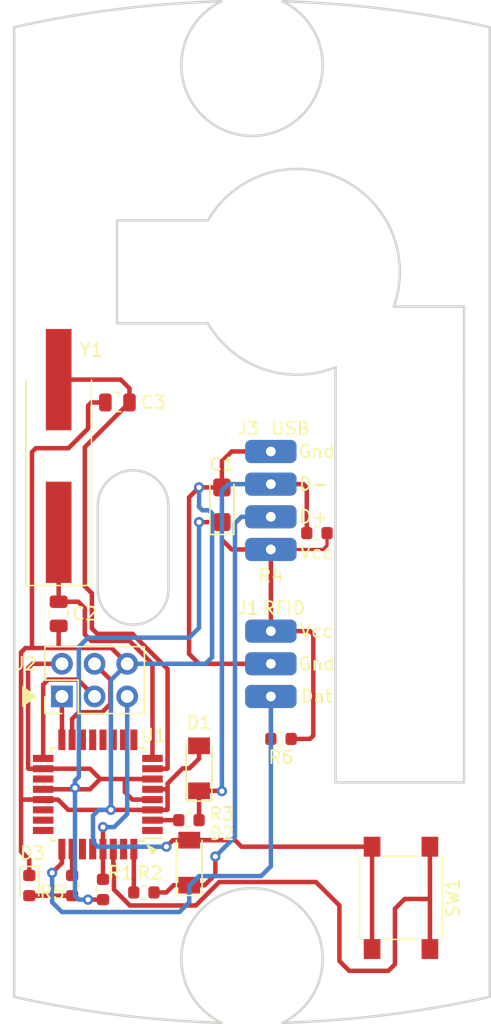
<source format=kicad_pcb>
(kicad_pcb (version 20171130) (host pcbnew "(5.1.0)-1")

  (general
    (thickness 1.6)
    (drawings 36)
    (tracks 219)
    (zones 0)
    (modules 18)
    (nets 31)
  )

  (page A4)
  (layers
    (0 F.Cu signal)
    (31 B.Cu signal)
    (32 B.Adhes user)
    (33 F.Adhes user)
    (34 B.Paste user)
    (35 F.Paste user)
    (36 B.SilkS user)
    (37 F.SilkS user)
    (38 B.Mask user)
    (39 F.Mask user)
    (40 Dwgs.User user)
    (41 Cmts.User user)
    (42 Eco1.User user)
    (43 Eco2.User user)
    (44 Edge.Cuts user)
    (45 Margin user)
    (46 B.CrtYd user)
    (47 F.CrtYd user)
    (48 B.Fab user)
    (49 F.Fab user)
  )

  (setup
    (last_trace_width 0.35)
    (user_trace_width 0.35)
    (user_trace_width 0.4)
    (trace_clearance 0.2)
    (zone_clearance 0.508)
    (zone_45_only no)
    (trace_min 0.2)
    (via_size 0.8)
    (via_drill 0.4)
    (via_min_size 0.4)
    (via_min_drill 0.3)
    (uvia_size 0.3)
    (uvia_drill 0.1)
    (uvias_allowed no)
    (uvia_min_size 0.2)
    (uvia_min_drill 0.1)
    (edge_width 0.05)
    (segment_width 0.2)
    (pcb_text_width 0.3)
    (pcb_text_size 1.5 1.5)
    (mod_edge_width 0.12)
    (mod_text_size 1 1)
    (mod_text_width 0.15)
    (pad_size 1.524 1.524)
    (pad_drill 0.762)
    (pad_to_mask_clearance 0.051)
    (solder_mask_min_width 0.25)
    (aux_axis_origin 0 0)
    (visible_elements 7FFFFFFF)
    (pcbplotparams
      (layerselection 0x010fc_ffffffff)
      (usegerberextensions false)
      (usegerberattributes false)
      (usegerberadvancedattributes false)
      (creategerberjobfile false)
      (excludeedgelayer true)
      (linewidth 0.100000)
      (plotframeref false)
      (viasonmask false)
      (mode 1)
      (useauxorigin false)
      (hpglpennumber 1)
      (hpglpenspeed 20)
      (hpglpendiameter 15.000000)
      (psnegative false)
      (psa4output false)
      (plotreference true)
      (plotvalue true)
      (plotinvisibletext false)
      (padsonsilk false)
      (subtractmaskfromsilk false)
      (outputformat 1)
      (mirror false)
      (drillshape 0)
      (scaleselection 1)
      (outputdirectory "Gerber/"))
  )

  (net 0 "")
  (net 1 +5V)
  (net 2 GND)
  (net 3 "Net-(C2-Pad1)")
  (net 4 "Net-(C3-Pad1)")
  (net 5 "Net-(D1-Pad1)")
  (net 6 "Net-(D2-Pad1)")
  (net 7 /Mis)
  (net 8 /Sck)
  (net 9 /Res)
  (net 10 /Mos)
  (net 11 "Net-(R2-Pad2)")
  (net 12 "Net-(R3-Pad2)")
  (net 13 "Net-(U1-Pad1)")
  (net 14 "Net-(U1-Pad9)")
  (net 15 "Net-(U1-Pad10)")
  (net 16 "Net-(U1-Pad11)")
  (net 17 "Net-(U1-Pad12)")
  (net 18 "Net-(U1-Pad13)")
  (net 19 "Net-(U1-Pad14)")
  (net 20 "Net-(U1-Pad19)")
  (net 21 "Net-(U1-Pad22)")
  (net 22 "Net-(U1-Pad23)")
  (net 23 "Net-(U1-Pad24)")
  (net 24 /1wire)
  (net 25 "Net-(U1-Pad27)")
  (net 26 "Net-(U1-Pad28)")
  (net 27 "Net-(U1-Pad31)")
  (net 28 "Net-(D3-Pad2)")
  (net 29 "Net-(R5-Pad2)")
  (net 30 /Mod)

  (net_class Default "Это класс цепей по умолчанию."
    (clearance 0.2)
    (trace_width 0.25)
    (via_dia 0.8)
    (via_drill 0.4)
    (uvia_dia 0.3)
    (uvia_drill 0.1)
    (add_net +5V)
    (add_net /1wire)
    (add_net /Mis)
    (add_net /Mod)
    (add_net /Mos)
    (add_net /Res)
    (add_net /Sck)
    (add_net GND)
    (add_net "Net-(C2-Pad1)")
    (add_net "Net-(C3-Pad1)")
    (add_net "Net-(D1-Pad1)")
    (add_net "Net-(D2-Pad1)")
    (add_net "Net-(D3-Pad2)")
    (add_net "Net-(R2-Pad2)")
    (add_net "Net-(R3-Pad2)")
    (add_net "Net-(R5-Pad2)")
    (add_net "Net-(U1-Pad1)")
    (add_net "Net-(U1-Pad10)")
    (add_net "Net-(U1-Pad11)")
    (add_net "Net-(U1-Pad12)")
    (add_net "Net-(U1-Pad13)")
    (add_net "Net-(U1-Pad14)")
    (add_net "Net-(U1-Pad19)")
    (add_net "Net-(U1-Pad22)")
    (add_net "Net-(U1-Pad23)")
    (add_net "Net-(U1-Pad24)")
    (add_net "Net-(U1-Pad27)")
    (add_net "Net-(U1-Pad28)")
    (add_net "Net-(U1-Pad31)")
    (add_net "Net-(U1-Pad9)")
  )

  (module USB_RFID:Crystal_SMD_HC49-SD_HandSoldering (layer F.Cu) (tedit 5D24961C) (tstamp 5CE6A369)
    (at 18.034 50.1335 90)
    (descr "SMD Crystal HC-49-SD http://cdn-reichelt.de/documents/datenblatt/B400/xxx-HC49-SMD.pdf, hand-soldering, 11.4x4.7mm^2 package")
    (tags "SMD SMT crystal hand-soldering")
    (path /5CE65F95)
    (attr smd)
    (fp_text reference Y1 (at 8.2235 2.54 180) (layer F.SilkS)
      (effects (font (size 1 1) (thickness 0.15)))
    )
    (fp_text value 12MHz (at 0 3.55 90) (layer F.Fab)
      (effects (font (size 1 1) (thickness 0.15)))
    )
    (fp_text user %R (at 0 0 90) (layer F.Fab)
      (effects (font (size 1 1) (thickness 0.15)))
    )
    (fp_line (start -5.7 -2.35) (end -5.7 2.35) (layer F.Fab) (width 0.1))
    (fp_line (start -5.7 2.35) (end 5.7 2.35) (layer F.Fab) (width 0.1))
    (fp_line (start 5.7 2.35) (end 5.7 -2.35) (layer F.Fab) (width 0.1))
    (fp_line (start 5.7 -2.35) (end -5.7 -2.35) (layer F.Fab) (width 0.1))
    (fp_line (start -3.015 -2.115) (end 3.015 -2.115) (layer F.Fab) (width 0.1))
    (fp_line (start -3.015 2.115) (end 3.015 2.115) (layer F.Fab) (width 0.1))
    (fp_line (start 5.9 -2.55) (end -10.075 -2.55) (layer F.SilkS) (width 0.12))
    (fp_line (start -10.075 -2.55) (end -10.075 2.55) (layer F.SilkS) (width 0.12))
    (fp_line (start -10.075 2.55) (end 5.9 2.55) (layer F.SilkS) (width 0.12))
    (fp_line (start -10.2 -2.6) (end -10.2 2.6) (layer F.CrtYd) (width 0.05))
    (fp_line (start -10.2 2.6) (end 10.2 2.6) (layer F.CrtYd) (width 0.05))
    (fp_line (start 10.2 2.6) (end 10.2 -2.6) (layer F.CrtYd) (width 0.05))
    (fp_line (start 10.2 -2.6) (end -10.2 -2.6) (layer F.CrtYd) (width 0.05))
    (fp_arc (start -3.015 0) (end -3.015 -2.115) (angle -180) (layer F.Fab) (width 0.1))
    (fp_arc (start 3.015 0) (end 3.015 -2.115) (angle 180) (layer F.Fab) (width 0.1))
    (pad 1 smd rect (at -5.9375 0 90) (size 7.875 2) (layers F.Cu F.Paste F.Mask)
      (net 3 "Net-(C2-Pad1)"))
    (pad 2 smd rect (at 5.9375 0 90) (size 7.875 2) (layers F.Cu F.Paste F.Mask)
      (net 4 "Net-(C3-Pad1)"))
    (model ${KIPRJMOD}/shapes3D/Crysral_HC49-SD.wrl
      (at (xyz 0 0 0))
      (scale (xyz 0.039 0.039 0.039))
      (rotate (xyz -90 0 0))
    )
  )

  (module Resistor_SMD:R_0603_1608Metric (layer F.Cu) (tedit 5B301BBD) (tstamp 5D248B47)
    (at 35.3315 72.136 180)
    (descr "Resistor SMD 0603 (1608 Metric), square (rectangular) end terminal, IPC_7351 nominal, (Body size source: http://www.tortai-tech.com/upload/download/2011102023233369053.pdf), generated with kicad-footprint-generator")
    (tags resistor)
    (path /5D24B9E7)
    (attr smd)
    (fp_text reference R6 (at 0 -1.43 180) (layer F.SilkS)
      (effects (font (size 1 1) (thickness 0.15)))
    )
    (fp_text value 10k (at 0 1.43 180) (layer F.Fab)
      (effects (font (size 1 1) (thickness 0.15)))
    )
    (fp_text user %R (at 0 0 180) (layer F.Fab)
      (effects (font (size 0.4 0.4) (thickness 0.06)))
    )
    (fp_line (start 1.48 0.73) (end -1.48 0.73) (layer F.CrtYd) (width 0.05))
    (fp_line (start 1.48 -0.73) (end 1.48 0.73) (layer F.CrtYd) (width 0.05))
    (fp_line (start -1.48 -0.73) (end 1.48 -0.73) (layer F.CrtYd) (width 0.05))
    (fp_line (start -1.48 0.73) (end -1.48 -0.73) (layer F.CrtYd) (width 0.05))
    (fp_line (start -0.162779 0.51) (end 0.162779 0.51) (layer F.SilkS) (width 0.12))
    (fp_line (start -0.162779 -0.51) (end 0.162779 -0.51) (layer F.SilkS) (width 0.12))
    (fp_line (start 0.8 0.4) (end -0.8 0.4) (layer F.Fab) (width 0.1))
    (fp_line (start 0.8 -0.4) (end 0.8 0.4) (layer F.Fab) (width 0.1))
    (fp_line (start -0.8 -0.4) (end 0.8 -0.4) (layer F.Fab) (width 0.1))
    (fp_line (start -0.8 0.4) (end -0.8 -0.4) (layer F.Fab) (width 0.1))
    (pad 2 smd roundrect (at 0.7875 0 180) (size 0.875 0.95) (layers F.Cu F.Paste F.Mask) (roundrect_rratio 0.25)
      (net 24 /1wire))
    (pad 1 smd roundrect (at -0.7875 0 180) (size 0.875 0.95) (layers F.Cu F.Paste F.Mask) (roundrect_rratio 0.25)
      (net 1 +5V))
    (model ${KISYS3DMOD}/Resistor_SMD.3dshapes/R_0603_1608Metric.wrl
      (at (xyz 0 0 0))
      (scale (xyz 1 1 1))
      (rotate (xyz 0 0 0))
    )
  )

  (module Capacitor_Tantalum_SMD:CP_EIA-3216-18_Kemet-A (layer F.Cu) (tedit 5B301BBE) (tstamp 5CE6A259)
    (at 30.734 53.928 90)
    (descr "Tantalum Capacitor SMD Kemet-A (3216-18 Metric), IPC_7351 nominal, (Body size from: http://www.kemet.com/Lists/ProductCatalog/Attachments/253/KEM_TC101_STD.pdf), generated with kicad-footprint-generator")
    (tags "capacitor tantalum")
    (path /5CE68A89)
    (attr smd)
    (fp_text reference C1 (at 3.128 0 180) (layer F.SilkS)
      (effects (font (size 1 1) (thickness 0.15)))
    )
    (fp_text value "10uF 10V" (at 0 1.75 90) (layer F.Fab)
      (effects (font (size 1 1) (thickness 0.15)))
    )
    (fp_line (start 1.6 -0.8) (end -1.2 -0.8) (layer F.Fab) (width 0.1))
    (fp_line (start -1.2 -0.8) (end -1.6 -0.4) (layer F.Fab) (width 0.1))
    (fp_line (start -1.6 -0.4) (end -1.6 0.8) (layer F.Fab) (width 0.1))
    (fp_line (start -1.6 0.8) (end 1.6 0.8) (layer F.Fab) (width 0.1))
    (fp_line (start 1.6 0.8) (end 1.6 -0.8) (layer F.Fab) (width 0.1))
    (fp_line (start 1.6 -0.935) (end -2.31 -0.935) (layer F.SilkS) (width 0.12))
    (fp_line (start -2.31 -0.935) (end -2.31 0.935) (layer F.SilkS) (width 0.12))
    (fp_line (start -2.31 0.935) (end 1.6 0.935) (layer F.SilkS) (width 0.12))
    (fp_line (start -2.3 1.05) (end -2.3 -1.05) (layer F.CrtYd) (width 0.05))
    (fp_line (start -2.3 -1.05) (end 2.3 -1.05) (layer F.CrtYd) (width 0.05))
    (fp_line (start 2.3 -1.05) (end 2.3 1.05) (layer F.CrtYd) (width 0.05))
    (fp_line (start 2.3 1.05) (end -2.3 1.05) (layer F.CrtYd) (width 0.05))
    (fp_text user %R (at 0 0 90) (layer F.Fab)
      (effects (font (size 0.8 0.8) (thickness 0.12)))
    )
    (pad 1 smd roundrect (at -1.35 0 90) (size 1.4 1.35) (layers F.Cu F.Paste F.Mask) (roundrect_rratio 0.185185)
      (net 1 +5V))
    (pad 2 smd roundrect (at 1.35 0 90) (size 1.4 1.35) (layers F.Cu F.Paste F.Mask) (roundrect_rratio 0.185185)
      (net 2 GND))
    (model ${KISYS3DMOD}/Capacitor_Tantalum_SMD.3dshapes/CP_EIA-3216-18_Kemet-A.wrl
      (at (xyz 0 0 0))
      (scale (xyz 1 1 1))
      (rotate (xyz 0 0 0))
    )
  )

  (module Capacitor_SMD:C_0805_2012Metric (layer F.Cu) (tedit 5B36C52B) (tstamp 5CE6A26A)
    (at 18.034 62.4055 270)
    (descr "Capacitor SMD 0805 (2012 Metric), square (rectangular) end terminal, IPC_7351 nominal, (Body size source: https://docs.google.com/spreadsheets/d/1BsfQQcO9C6DZCsRaXUlFlo91Tg2WpOkGARC1WS5S8t0/edit?usp=sharing), generated with kicad-footprint-generator")
    (tags capacitor)
    (path /5CE68566)
    (attr smd)
    (fp_text reference C2 (at 0 -2.032) (layer F.SilkS)
      (effects (font (size 1 1) (thickness 0.15)))
    )
    (fp_text value 33pF (at 0 1.65 270) (layer F.Fab)
      (effects (font (size 1 1) (thickness 0.15)))
    )
    (fp_line (start -1 0.6) (end -1 -0.6) (layer F.Fab) (width 0.1))
    (fp_line (start -1 -0.6) (end 1 -0.6) (layer F.Fab) (width 0.1))
    (fp_line (start 1 -0.6) (end 1 0.6) (layer F.Fab) (width 0.1))
    (fp_line (start 1 0.6) (end -1 0.6) (layer F.Fab) (width 0.1))
    (fp_line (start -0.258578 -0.71) (end 0.258578 -0.71) (layer F.SilkS) (width 0.12))
    (fp_line (start -0.258578 0.71) (end 0.258578 0.71) (layer F.SilkS) (width 0.12))
    (fp_line (start -1.68 0.95) (end -1.68 -0.95) (layer F.CrtYd) (width 0.05))
    (fp_line (start -1.68 -0.95) (end 1.68 -0.95) (layer F.CrtYd) (width 0.05))
    (fp_line (start 1.68 -0.95) (end 1.68 0.95) (layer F.CrtYd) (width 0.05))
    (fp_line (start 1.68 0.95) (end -1.68 0.95) (layer F.CrtYd) (width 0.05))
    (fp_text user %R (at 0 0) (layer F.Fab)
      (effects (font (size 0.5 0.5) (thickness 0.08)))
    )
    (pad 1 smd roundrect (at -0.9375 0 270) (size 0.975 1.4) (layers F.Cu F.Paste F.Mask) (roundrect_rratio 0.25)
      (net 3 "Net-(C2-Pad1)"))
    (pad 2 smd roundrect (at 0.9375 0 270) (size 0.975 1.4) (layers F.Cu F.Paste F.Mask) (roundrect_rratio 0.25)
      (net 2 GND))
    (model ${KISYS3DMOD}/Capacitor_SMD.3dshapes/C_0805_2012Metric.wrl
      (at (xyz 0 0 0))
      (scale (xyz 1 1 1))
      (rotate (xyz 0 0 0))
    )
  )

  (module Capacitor_SMD:C_0805_2012Metric (layer F.Cu) (tedit 5B36C52B) (tstamp 5CE6A27B)
    (at 22.606 45.974 180)
    (descr "Capacitor SMD 0805 (2012 Metric), square (rectangular) end terminal, IPC_7351 nominal, (Body size source: https://docs.google.com/spreadsheets/d/1BsfQQcO9C6DZCsRaXUlFlo91Tg2WpOkGARC1WS5S8t0/edit?usp=sharing), generated with kicad-footprint-generator")
    (tags capacitor)
    (path /5CE71CF5)
    (attr smd)
    (fp_text reference C3 (at -2.794 0 180) (layer F.SilkS)
      (effects (font (size 1 1) (thickness 0.15)))
    )
    (fp_text value 33pF (at 0 1.65 180) (layer F.Fab)
      (effects (font (size 1 1) (thickness 0.15)))
    )
    (fp_text user %R (at 0 0 180) (layer F.Fab)
      (effects (font (size 0.5 0.5) (thickness 0.08)))
    )
    (fp_line (start 1.68 0.95) (end -1.68 0.95) (layer F.CrtYd) (width 0.05))
    (fp_line (start 1.68 -0.95) (end 1.68 0.95) (layer F.CrtYd) (width 0.05))
    (fp_line (start -1.68 -0.95) (end 1.68 -0.95) (layer F.CrtYd) (width 0.05))
    (fp_line (start -1.68 0.95) (end -1.68 -0.95) (layer F.CrtYd) (width 0.05))
    (fp_line (start -0.258578 0.71) (end 0.258578 0.71) (layer F.SilkS) (width 0.12))
    (fp_line (start -0.258578 -0.71) (end 0.258578 -0.71) (layer F.SilkS) (width 0.12))
    (fp_line (start 1 0.6) (end -1 0.6) (layer F.Fab) (width 0.1))
    (fp_line (start 1 -0.6) (end 1 0.6) (layer F.Fab) (width 0.1))
    (fp_line (start -1 -0.6) (end 1 -0.6) (layer F.Fab) (width 0.1))
    (fp_line (start -1 0.6) (end -1 -0.6) (layer F.Fab) (width 0.1))
    (pad 2 smd roundrect (at 0.9375 0 180) (size 0.975 1.4) (layers F.Cu F.Paste F.Mask) (roundrect_rratio 0.25)
      (net 2 GND))
    (pad 1 smd roundrect (at -0.9375 0 180) (size 0.975 1.4) (layers F.Cu F.Paste F.Mask) (roundrect_rratio 0.25)
      (net 4 "Net-(C3-Pad1)"))
    (model ${KISYS3DMOD}/Capacitor_SMD.3dshapes/C_0805_2012Metric.wrl
      (at (xyz 0 0 0))
      (scale (xyz 1 1 1))
      (rotate (xyz 0 0 0))
    )
  )

  (module Diode_SMD:D_MiniMELF (layer F.Cu) (tedit 5905D8F5) (tstamp 5CE6A294)
    (at 28.956 74.422 90)
    (descr "Diode Mini-MELF")
    (tags "Diode Mini-MELF")
    (path /5CE67D2D)
    (attr smd)
    (fp_text reference D1 (at 3.556 0 180) (layer F.SilkS)
      (effects (font (size 1 1) (thickness 0.15)))
    )
    (fp_text value 3v6 (at 0 1.75 90) (layer F.Fab)
      (effects (font (size 1 1) (thickness 0.15)))
    )
    (fp_text user %R (at 0 -2 90) (layer F.Fab)
      (effects (font (size 1 1) (thickness 0.15)))
    )
    (fp_line (start 1.75 -1) (end -2.55 -1) (layer F.SilkS) (width 0.12))
    (fp_line (start -2.55 -1) (end -2.55 1) (layer F.SilkS) (width 0.12))
    (fp_line (start -2.55 1) (end 1.75 1) (layer F.SilkS) (width 0.12))
    (fp_line (start 1.65 -0.8) (end 1.65 0.8) (layer F.Fab) (width 0.1))
    (fp_line (start 1.65 0.8) (end -1.65 0.8) (layer F.Fab) (width 0.1))
    (fp_line (start -1.65 0.8) (end -1.65 -0.8) (layer F.Fab) (width 0.1))
    (fp_line (start -1.65 -0.8) (end 1.65 -0.8) (layer F.Fab) (width 0.1))
    (fp_line (start 0.25 0) (end 0.75 0) (layer F.Fab) (width 0.1))
    (fp_line (start 0.25 0.4) (end -0.35 0) (layer F.Fab) (width 0.1))
    (fp_line (start 0.25 -0.4) (end 0.25 0.4) (layer F.Fab) (width 0.1))
    (fp_line (start -0.35 0) (end 0.25 -0.4) (layer F.Fab) (width 0.1))
    (fp_line (start -0.35 0) (end -0.35 0.55) (layer F.Fab) (width 0.1))
    (fp_line (start -0.35 0) (end -0.35 -0.55) (layer F.Fab) (width 0.1))
    (fp_line (start -0.75 0) (end -0.35 0) (layer F.Fab) (width 0.1))
    (fp_line (start -2.65 -1.1) (end 2.65 -1.1) (layer F.CrtYd) (width 0.05))
    (fp_line (start 2.65 -1.1) (end 2.65 1.1) (layer F.CrtYd) (width 0.05))
    (fp_line (start 2.65 1.1) (end -2.65 1.1) (layer F.CrtYd) (width 0.05))
    (fp_line (start -2.65 1.1) (end -2.65 -1.1) (layer F.CrtYd) (width 0.05))
    (pad 1 smd rect (at -1.75 0 90) (size 1.3 1.7) (layers F.Cu F.Paste F.Mask)
      (net 5 "Net-(D1-Pad1)"))
    (pad 2 smd rect (at 1.75 0 90) (size 1.3 1.7) (layers F.Cu F.Paste F.Mask)
      (net 2 GND))
    (model ${KISYS3DMOD}/Diode_SMD.3dshapes/D_MiniMELF.wrl
      (at (xyz 0 0 0))
      (scale (xyz 1 1 1))
      (rotate (xyz 0 0 0))
    )
  )

  (module Diode_SMD:D_MiniMELF (layer F.Cu) (tedit 5905D8F5) (tstamp 5CE6A2AD)
    (at 28.194 81.76 90)
    (descr "Diode Mini-MELF")
    (tags "Diode Mini-MELF")
    (path /5CE7C697)
    (attr smd)
    (fp_text reference D2 (at 2.286 2.54 180) (layer F.SilkS)
      (effects (font (size 1 1) (thickness 0.15)))
    )
    (fp_text value 3v6 (at 0 1.75 90) (layer F.Fab)
      (effects (font (size 1 1) (thickness 0.15)))
    )
    (fp_line (start -2.65 1.1) (end -2.65 -1.1) (layer F.CrtYd) (width 0.05))
    (fp_line (start 2.65 1.1) (end -2.65 1.1) (layer F.CrtYd) (width 0.05))
    (fp_line (start 2.65 -1.1) (end 2.65 1.1) (layer F.CrtYd) (width 0.05))
    (fp_line (start -2.65 -1.1) (end 2.65 -1.1) (layer F.CrtYd) (width 0.05))
    (fp_line (start -0.75 0) (end -0.35 0) (layer F.Fab) (width 0.1))
    (fp_line (start -0.35 0) (end -0.35 -0.55) (layer F.Fab) (width 0.1))
    (fp_line (start -0.35 0) (end -0.35 0.55) (layer F.Fab) (width 0.1))
    (fp_line (start -0.35 0) (end 0.25 -0.4) (layer F.Fab) (width 0.1))
    (fp_line (start 0.25 -0.4) (end 0.25 0.4) (layer F.Fab) (width 0.1))
    (fp_line (start 0.25 0.4) (end -0.35 0) (layer F.Fab) (width 0.1))
    (fp_line (start 0.25 0) (end 0.75 0) (layer F.Fab) (width 0.1))
    (fp_line (start -1.65 -0.8) (end 1.65 -0.8) (layer F.Fab) (width 0.1))
    (fp_line (start -1.65 0.8) (end -1.65 -0.8) (layer F.Fab) (width 0.1))
    (fp_line (start 1.65 0.8) (end -1.65 0.8) (layer F.Fab) (width 0.1))
    (fp_line (start 1.65 -0.8) (end 1.65 0.8) (layer F.Fab) (width 0.1))
    (fp_line (start -2.55 1) (end 1.75 1) (layer F.SilkS) (width 0.12))
    (fp_line (start -2.55 -1) (end -2.55 1) (layer F.SilkS) (width 0.12))
    (fp_line (start 1.75 -1) (end -2.55 -1) (layer F.SilkS) (width 0.12))
    (fp_text user %R (at 0 -2 90) (layer F.Fab)
      (effects (font (size 1 1) (thickness 0.15)))
    )
    (pad 2 smd rect (at 1.75 0 90) (size 1.3 1.7) (layers F.Cu F.Paste F.Mask)
      (net 2 GND))
    (pad 1 smd rect (at -1.75 0 90) (size 1.3 1.7) (layers F.Cu F.Paste F.Mask)
      (net 6 "Net-(D2-Pad1)"))
    (model ${KISYS3DMOD}/Diode_SMD.3dshapes/D_MiniMELF.wrl
      (at (xyz 0 0 0))
      (scale (xyz 1 1 1))
      (rotate (xyz 0 0 0))
    )
  )

  (module USB_RFID:USB (layer F.Cu) (tedit 5CE653FF) (tstamp 5CE6A2B4)
    (at 34.544 61.214)
    (path /5CE69E9A)
    (fp_text reference J1 (at -1.778 0.762) (layer F.SilkS)
      (effects (font (size 1 1) (thickness 0.15)))
    )
    (fp_text value "К RFID-считывателю" (at 0 9.652) (layer F.Fab)
      (effects (font (size 1 1) (thickness 0.15)))
    )
    (pad 1 thru_hole roundrect (at 0 2.54) (size 4 1.8) (drill 0.762) (layers *.Cu *.Mask) (roundrect_rratio 0.25)
      (net 1 +5V))
    (pad 2 thru_hole roundrect (at 0 5.08) (size 4 1.8) (drill 0.762) (layers *.Cu *.Mask) (roundrect_rratio 0.25)
      (net 2 GND))
    (pad 3 thru_hole roundrect (at 0 7.62) (size 4 1.8) (drill 0.762) (layers *.Cu *.Mask) (roundrect_rratio 0.25)
      (net 24 /1wire))
  )

  (module USB_RFID:RFID (layer F.Cu) (tedit 5CE653BF) (tstamp 5CE6A2D8)
    (at 34.544 59.944 180)
    (path /5CE65721)
    (fp_text reference J3 (at 1.778 11.938 180) (layer F.SilkS)
      (effects (font (size 1 1) (thickness 0.15)))
    )
    (fp_text value "USB кабель" (at 0 0.508 180) (layer F.Fab)
      (effects (font (size 1 1) (thickness 0.15)))
    )
    (pad 1 thru_hole roundrect (at 0 2.54 180) (size 4 1.8) (drill 0.762) (layers *.Cu *.Mask) (roundrect_rratio 0.25)
      (net 1 +5V))
    (pad 2 thru_hole roundrect (at 0 5.08 180) (size 4 1.8) (drill 0.762) (layers *.Cu *.Mask) (roundrect_rratio 0.25)
      (net 6 "Net-(D2-Pad1)"))
    (pad 3 thru_hole roundrect (at 0 7.62 180) (size 4 1.8) (drill 0.762) (layers *.Cu *.Mask) (roundrect_rratio 0.25)
      (net 5 "Net-(D1-Pad1)"))
    (pad 4 thru_hole roundrect (at 0 10.16 180) (size 4 1.8) (drill 0.762) (layers *.Cu *.Mask) (roundrect_rratio 0.25)
      (net 2 GND))
  )

  (module Resistor_SMD:R_0603_1608Metric (layer F.Cu) (tedit 5B301BBD) (tstamp 5CE6A2E9)
    (at 21.482 83.8455 90)
    (descr "Resistor SMD 0603 (1608 Metric), square (rectangular) end terminal, IPC_7351 nominal, (Body size source: http://www.tortai-tech.com/upload/download/2011102023233369053.pdf), generated with kicad-footprint-generator")
    (tags resistor)
    (path /5CE66555)
    (attr smd)
    (fp_text reference R1 (at 1.2955 1.378 180) (layer F.SilkS)
      (effects (font (size 1 1) (thickness 0.15)))
    )
    (fp_text value 10k (at 0 1.43 90) (layer F.Fab)
      (effects (font (size 1 1) (thickness 0.15)))
    )
    (fp_line (start -0.8 0.4) (end -0.8 -0.4) (layer F.Fab) (width 0.1))
    (fp_line (start -0.8 -0.4) (end 0.8 -0.4) (layer F.Fab) (width 0.1))
    (fp_line (start 0.8 -0.4) (end 0.8 0.4) (layer F.Fab) (width 0.1))
    (fp_line (start 0.8 0.4) (end -0.8 0.4) (layer F.Fab) (width 0.1))
    (fp_line (start -0.162779 -0.51) (end 0.162779 -0.51) (layer F.SilkS) (width 0.12))
    (fp_line (start -0.162779 0.51) (end 0.162779 0.51) (layer F.SilkS) (width 0.12))
    (fp_line (start -1.48 0.73) (end -1.48 -0.73) (layer F.CrtYd) (width 0.05))
    (fp_line (start -1.48 -0.73) (end 1.48 -0.73) (layer F.CrtYd) (width 0.05))
    (fp_line (start 1.48 -0.73) (end 1.48 0.73) (layer F.CrtYd) (width 0.05))
    (fp_line (start 1.48 0.73) (end -1.48 0.73) (layer F.CrtYd) (width 0.05))
    (fp_text user %R (at 0 0 90) (layer F.Fab)
      (effects (font (size 0.4 0.4) (thickness 0.06)))
    )
    (pad 1 smd roundrect (at -0.7875 0 90) (size 0.875 0.95) (layers F.Cu F.Paste F.Mask) (roundrect_rratio 0.25)
      (net 1 +5V))
    (pad 2 smd roundrect (at 0.7875 0 90) (size 0.875 0.95) (layers F.Cu F.Paste F.Mask) (roundrect_rratio 0.25)
      (net 9 /Res))
    (model ${KISYS3DMOD}/Resistor_SMD.3dshapes/R_0603_1608Metric.wrl
      (at (xyz 0 0 0))
      (scale (xyz 1 1 1))
      (rotate (xyz 0 0 0))
    )
  )

  (module Resistor_SMD:R_0603_1608Metric (layer F.Cu) (tedit 5B301BBD) (tstamp 5CE6A2FA)
    (at 24.663502 84.074 180)
    (descr "Resistor SMD 0603 (1608 Metric), square (rectangular) end terminal, IPC_7351 nominal, (Body size source: http://www.tortai-tech.com/upload/download/2011102023233369053.pdf), generated with kicad-footprint-generator")
    (tags resistor)
    (path /5CE78C35)
    (attr smd)
    (fp_text reference R2 (at -0.482498 1.524 180) (layer F.SilkS)
      (effects (font (size 1 1) (thickness 0.15)))
    )
    (fp_text value 68 (at 0 1.43 180) (layer F.Fab)
      (effects (font (size 1 1) (thickness 0.15)))
    )
    (fp_line (start -0.8 0.4) (end -0.8 -0.4) (layer F.Fab) (width 0.1))
    (fp_line (start -0.8 -0.4) (end 0.8 -0.4) (layer F.Fab) (width 0.1))
    (fp_line (start 0.8 -0.4) (end 0.8 0.4) (layer F.Fab) (width 0.1))
    (fp_line (start 0.8 0.4) (end -0.8 0.4) (layer F.Fab) (width 0.1))
    (fp_line (start -0.162779 -0.51) (end 0.162779 -0.51) (layer F.SilkS) (width 0.12))
    (fp_line (start -0.162779 0.51) (end 0.162779 0.51) (layer F.SilkS) (width 0.12))
    (fp_line (start -1.48 0.73) (end -1.48 -0.73) (layer F.CrtYd) (width 0.05))
    (fp_line (start -1.48 -0.73) (end 1.48 -0.73) (layer F.CrtYd) (width 0.05))
    (fp_line (start 1.48 -0.73) (end 1.48 0.73) (layer F.CrtYd) (width 0.05))
    (fp_line (start 1.48 0.73) (end -1.48 0.73) (layer F.CrtYd) (width 0.05))
    (fp_text user %R (at 0 0 180) (layer F.Fab)
      (effects (font (size 0.4 0.4) (thickness 0.06)))
    )
    (pad 1 smd roundrect (at -0.7875 0 180) (size 0.875 0.95) (layers F.Cu F.Paste F.Mask) (roundrect_rratio 0.25)
      (net 6 "Net-(D2-Pad1)"))
    (pad 2 smd roundrect (at 0.7875 0 180) (size 0.875 0.95) (layers F.Cu F.Paste F.Mask) (roundrect_rratio 0.25)
      (net 11 "Net-(R2-Pad2)"))
    (model ${KISYS3DMOD}/Resistor_SMD.3dshapes/R_0603_1608Metric.wrl
      (at (xyz 0 0 0))
      (scale (xyz 1 1 1))
      (rotate (xyz 0 0 0))
    )
  )

  (module Resistor_SMD:R_0603_1608Metric (layer F.Cu) (tedit 5B301BBD) (tstamp 5CE6A30B)
    (at 28.1685 78.454 180)
    (descr "Resistor SMD 0603 (1608 Metric), square (rectangular) end terminal, IPC_7351 nominal, (Body size source: http://www.tortai-tech.com/upload/download/2011102023233369053.pdf), generated with kicad-footprint-generator")
    (tags resistor)
    (path /5CE7947B)
    (attr smd)
    (fp_text reference R3 (at -2.5655 0.476 180) (layer F.SilkS)
      (effects (font (size 1 1) (thickness 0.15)))
    )
    (fp_text value 68 (at 0 1.43 180) (layer F.Fab)
      (effects (font (size 1 1) (thickness 0.15)))
    )
    (fp_text user %R (at 0 0 180) (layer F.Fab)
      (effects (font (size 0.4 0.4) (thickness 0.06)))
    )
    (fp_line (start 1.48 0.73) (end -1.48 0.73) (layer F.CrtYd) (width 0.05))
    (fp_line (start 1.48 -0.73) (end 1.48 0.73) (layer F.CrtYd) (width 0.05))
    (fp_line (start -1.48 -0.73) (end 1.48 -0.73) (layer F.CrtYd) (width 0.05))
    (fp_line (start -1.48 0.73) (end -1.48 -0.73) (layer F.CrtYd) (width 0.05))
    (fp_line (start -0.162779 0.51) (end 0.162779 0.51) (layer F.SilkS) (width 0.12))
    (fp_line (start -0.162779 -0.51) (end 0.162779 -0.51) (layer F.SilkS) (width 0.12))
    (fp_line (start 0.8 0.4) (end -0.8 0.4) (layer F.Fab) (width 0.1))
    (fp_line (start 0.8 -0.4) (end 0.8 0.4) (layer F.Fab) (width 0.1))
    (fp_line (start -0.8 -0.4) (end 0.8 -0.4) (layer F.Fab) (width 0.1))
    (fp_line (start -0.8 0.4) (end -0.8 -0.4) (layer F.Fab) (width 0.1))
    (pad 2 smd roundrect (at 0.7875 0 180) (size 0.875 0.95) (layers F.Cu F.Paste F.Mask) (roundrect_rratio 0.25)
      (net 12 "Net-(R3-Pad2)"))
    (pad 1 smd roundrect (at -0.7875 0 180) (size 0.875 0.95) (layers F.Cu F.Paste F.Mask) (roundrect_rratio 0.25)
      (net 5 "Net-(D1-Pad1)"))
    (model ${KISYS3DMOD}/Resistor_SMD.3dshapes/R_0603_1608Metric.wrl
      (at (xyz 0 0 0))
      (scale (xyz 1 1 1))
      (rotate (xyz 0 0 0))
    )
  )

  (module Resistor_SMD:R_0603_1608Metric (layer F.Cu) (tedit 5B301BBD) (tstamp 5CE6A31C)
    (at 38.1255 56.134 180)
    (descr "Resistor SMD 0603 (1608 Metric), square (rectangular) end terminal, IPC_7351 nominal, (Body size source: http://www.tortai-tech.com/upload/download/2011102023233369053.pdf), generated with kicad-footprint-generator")
    (tags resistor)
    (path /5CE787B0)
    (attr smd)
    (fp_text reference R4 (at 3.5815 -3.302) (layer F.SilkS)
      (effects (font (size 1 1) (thickness 0.15)))
    )
    (fp_text value 1.5k (at 0 1.43 180) (layer F.Fab)
      (effects (font (size 1 1) (thickness 0.15)))
    )
    (fp_text user %R (at 0 0 180) (layer F.Fab)
      (effects (font (size 0.4 0.4) (thickness 0.06)))
    )
    (fp_line (start 1.48 0.73) (end -1.48 0.73) (layer F.CrtYd) (width 0.05))
    (fp_line (start 1.48 -0.73) (end 1.48 0.73) (layer F.CrtYd) (width 0.05))
    (fp_line (start -1.48 -0.73) (end 1.48 -0.73) (layer F.CrtYd) (width 0.05))
    (fp_line (start -1.48 0.73) (end -1.48 -0.73) (layer F.CrtYd) (width 0.05))
    (fp_line (start -0.162779 0.51) (end 0.162779 0.51) (layer F.SilkS) (width 0.12))
    (fp_line (start -0.162779 -0.51) (end 0.162779 -0.51) (layer F.SilkS) (width 0.12))
    (fp_line (start 0.8 0.4) (end -0.8 0.4) (layer F.Fab) (width 0.1))
    (fp_line (start 0.8 -0.4) (end 0.8 0.4) (layer F.Fab) (width 0.1))
    (fp_line (start -0.8 -0.4) (end 0.8 -0.4) (layer F.Fab) (width 0.1))
    (fp_line (start -0.8 0.4) (end -0.8 -0.4) (layer F.Fab) (width 0.1))
    (pad 2 smd roundrect (at 0.7875 0 180) (size 0.875 0.95) (layers F.Cu F.Paste F.Mask) (roundrect_rratio 0.25)
      (net 5 "Net-(D1-Pad1)"))
    (pad 1 smd roundrect (at -0.7875 0 180) (size 0.875 0.95) (layers F.Cu F.Paste F.Mask) (roundrect_rratio 0.25)
      (net 1 +5V))
    (model ${KISYS3DMOD}/Resistor_SMD.3dshapes/R_0603_1608Metric.wrl
      (at (xyz 0 0 0))
      (scale (xyz 1 1 1))
      (rotate (xyz 0 0 0))
    )
  )

  (module Package_QFP:TQFP-32_7x7mm_P0.8mm (layer F.Cu) (tedit 5A02F146) (tstamp 5CE6A353)
    (at 21.082 76.454 180)
    (descr "32-Lead Plastic Thin Quad Flatpack (PT) - 7x7x1.0 mm Body, 2.00 mm [TQFP] (see Microchip Packaging Specification 00000049BS.pdf)")
    (tags "QFP 0.8")
    (path /5CE642EC)
    (attr smd)
    (fp_text reference U1 (at -4.318 4.572 180) (layer F.SilkS)
      (effects (font (size 1 1) (thickness 0.15)))
    )
    (fp_text value ATmega8-16AU (at 0 6.05 180) (layer F.Fab)
      (effects (font (size 1 1) (thickness 0.15)))
    )
    (fp_text user %R (at 0 0 180) (layer F.Fab)
      (effects (font (size 1 1) (thickness 0.15)))
    )
    (fp_line (start -2.5 -3.5) (end 3.5 -3.5) (layer F.Fab) (width 0.15))
    (fp_line (start 3.5 -3.5) (end 3.5 3.5) (layer F.Fab) (width 0.15))
    (fp_line (start 3.5 3.5) (end -3.5 3.5) (layer F.Fab) (width 0.15))
    (fp_line (start -3.5 3.5) (end -3.5 -2.5) (layer F.Fab) (width 0.15))
    (fp_line (start -3.5 -2.5) (end -2.5 -3.5) (layer F.Fab) (width 0.15))
    (fp_line (start -5.3 -5.3) (end -5.3 5.3) (layer F.CrtYd) (width 0.05))
    (fp_line (start 5.3 -5.3) (end 5.3 5.3) (layer F.CrtYd) (width 0.05))
    (fp_line (start -5.3 -5.3) (end 5.3 -5.3) (layer F.CrtYd) (width 0.05))
    (fp_line (start -5.3 5.3) (end 5.3 5.3) (layer F.CrtYd) (width 0.05))
    (fp_line (start -3.625 -3.625) (end -3.625 -3.4) (layer F.SilkS) (width 0.15))
    (fp_line (start 3.625 -3.625) (end 3.625 -3.3) (layer F.SilkS) (width 0.15))
    (fp_line (start 3.625 3.625) (end 3.625 3.3) (layer F.SilkS) (width 0.15))
    (fp_line (start -3.625 3.625) (end -3.625 3.3) (layer F.SilkS) (width 0.15))
    (fp_line (start -3.625 -3.625) (end -3.3 -3.625) (layer F.SilkS) (width 0.15))
    (fp_line (start -3.625 3.625) (end -3.3 3.625) (layer F.SilkS) (width 0.15))
    (fp_line (start 3.625 3.625) (end 3.3 3.625) (layer F.SilkS) (width 0.15))
    (fp_line (start 3.625 -3.625) (end 3.3 -3.625) (layer F.SilkS) (width 0.15))
    (fp_line (start -3.625 -3.4) (end -5.05 -3.4) (layer F.SilkS) (width 0.15))
    (pad 1 smd rect (at -4.25 -2.8 180) (size 1.6 0.55) (layers F.Cu F.Paste F.Mask)
      (net 13 "Net-(U1-Pad1)"))
    (pad 2 smd rect (at -4.25 -2 180) (size 1.6 0.55) (layers F.Cu F.Paste F.Mask)
      (net 12 "Net-(R3-Pad2)"))
    (pad 3 smd rect (at -4.25 -1.2 180) (size 1.6 0.55) (layers F.Cu F.Paste F.Mask)
      (net 2 GND))
    (pad 4 smd rect (at -4.25 -0.4 180) (size 1.6 0.55) (layers F.Cu F.Paste F.Mask)
      (net 1 +5V))
    (pad 5 smd rect (at -4.25 0.4 180) (size 1.6 0.55) (layers F.Cu F.Paste F.Mask)
      (net 2 GND))
    (pad 6 smd rect (at -4.25 1.2 180) (size 1.6 0.55) (layers F.Cu F.Paste F.Mask)
      (net 1 +5V))
    (pad 7 smd rect (at -4.25 2 180) (size 1.6 0.55) (layers F.Cu F.Paste F.Mask)
      (net 4 "Net-(C3-Pad1)"))
    (pad 8 smd rect (at -4.25 2.8 180) (size 1.6 0.55) (layers F.Cu F.Paste F.Mask)
      (net 3 "Net-(C2-Pad1)"))
    (pad 9 smd rect (at -2.8 4.25 270) (size 1.6 0.55) (layers F.Cu F.Paste F.Mask)
      (net 14 "Net-(U1-Pad9)"))
    (pad 10 smd rect (at -2 4.25 270) (size 1.6 0.55) (layers F.Cu F.Paste F.Mask)
      (net 15 "Net-(U1-Pad10)"))
    (pad 11 smd rect (at -1.2 4.25 270) (size 1.6 0.55) (layers F.Cu F.Paste F.Mask)
      (net 16 "Net-(U1-Pad11)"))
    (pad 12 smd rect (at -0.4 4.25 270) (size 1.6 0.55) (layers F.Cu F.Paste F.Mask)
      (net 17 "Net-(U1-Pad12)"))
    (pad 13 smd rect (at 0.4 4.25 270) (size 1.6 0.55) (layers F.Cu F.Paste F.Mask)
      (net 18 "Net-(U1-Pad13)"))
    (pad 14 smd rect (at 1.2 4.25 270) (size 1.6 0.55) (layers F.Cu F.Paste F.Mask)
      (net 19 "Net-(U1-Pad14)"))
    (pad 15 smd rect (at 2 4.25 270) (size 1.6 0.55) (layers F.Cu F.Paste F.Mask)
      (net 10 /Mos))
    (pad 16 smd rect (at 2.8 4.25 270) (size 1.6 0.55) (layers F.Cu F.Paste F.Mask)
      (net 7 /Mis))
    (pad 17 smd rect (at 4.25 2.8 180) (size 1.6 0.55) (layers F.Cu F.Paste F.Mask)
      (net 8 /Sck))
    (pad 18 smd rect (at 4.25 2 180) (size 1.6 0.55) (layers F.Cu F.Paste F.Mask)
      (net 1 +5V))
    (pad 19 smd rect (at 4.25 1.2 180) (size 1.6 0.55) (layers F.Cu F.Paste F.Mask)
      (net 20 "Net-(U1-Pad19)"))
    (pad 20 smd rect (at 4.25 0.4 180) (size 1.6 0.55) (layers F.Cu F.Paste F.Mask)
      (net 1 +5V))
    (pad 21 smd rect (at 4.25 -0.4 180) (size 1.6 0.55) (layers F.Cu F.Paste F.Mask)
      (net 2 GND))
    (pad 22 smd rect (at 4.25 -1.2 180) (size 1.6 0.55) (layers F.Cu F.Paste F.Mask)
      (net 21 "Net-(U1-Pad22)"))
    (pad 23 smd rect (at 4.25 -2 180) (size 1.6 0.55) (layers F.Cu F.Paste F.Mask)
      (net 22 "Net-(U1-Pad23)"))
    (pad 24 smd rect (at 4.25 -2.8 180) (size 1.6 0.55) (layers F.Cu F.Paste F.Mask)
      (net 23 "Net-(U1-Pad24)"))
    (pad 25 smd rect (at 2.8 -4.25 270) (size 1.6 0.55) (layers F.Cu F.Paste F.Mask)
      (net 24 /1wire))
    (pad 26 smd rect (at 2 -4.25 270) (size 1.6 0.55) (layers F.Cu F.Paste F.Mask)
      (net 29 "Net-(R5-Pad2)"))
    (pad 27 smd rect (at 1.2 -4.25 270) (size 1.6 0.55) (layers F.Cu F.Paste F.Mask)
      (net 25 "Net-(U1-Pad27)"))
    (pad 28 smd rect (at 0.4 -4.25 270) (size 1.6 0.55) (layers F.Cu F.Paste F.Mask)
      (net 26 "Net-(U1-Pad28)"))
    (pad 29 smd rect (at -0.4 -4.25 270) (size 1.6 0.55) (layers F.Cu F.Paste F.Mask)
      (net 9 /Res))
    (pad 30 smd rect (at -1.2 -4.25 270) (size 1.6 0.55) (layers F.Cu F.Paste F.Mask)
      (net 30 /Mod))
    (pad 31 smd rect (at -2 -4.25 270) (size 1.6 0.55) (layers F.Cu F.Paste F.Mask)
      (net 27 "Net-(U1-Pad31)"))
    (pad 32 smd rect (at -2.8 -4.25 270) (size 1.6 0.55) (layers F.Cu F.Paste F.Mask)
      (net 11 "Net-(R2-Pad2)"))
    (model ${KISYS3DMOD}/Package_QFP.3dshapes/TQFP-32_7x7mm_P0.8mm.wrl
      (at (xyz 0 0 0))
      (scale (xyz 1 1 1))
      (rotate (xyz 0 0 0))
    )
  )

  (module LED_SMD:LED_0603_1608Metric (layer F.Cu) (tedit 5B301BBE) (tstamp 5CE6A81C)
    (at 15.748 83.5405 270)
    (descr "LED SMD 0603 (1608 Metric), square (rectangular) end terminal, IPC_7351 nominal, (Body size source: http://www.tortai-tech.com/upload/download/2011102023233369053.pdf), generated with kicad-footprint-generator")
    (tags diode)
    (path /5CEBB4A6)
    (attr smd)
    (fp_text reference D3 (at -2.5145 -0.254) (layer F.SilkS)
      (effects (font (size 1 1) (thickness 0.15)))
    )
    (fp_text value LED (at 0 1.43 270) (layer F.Fab)
      (effects (font (size 1 1) (thickness 0.15)))
    )
    (fp_line (start 0.8 -0.4) (end -0.5 -0.4) (layer F.Fab) (width 0.1))
    (fp_line (start -0.5 -0.4) (end -0.8 -0.1) (layer F.Fab) (width 0.1))
    (fp_line (start -0.8 -0.1) (end -0.8 0.4) (layer F.Fab) (width 0.1))
    (fp_line (start -0.8 0.4) (end 0.8 0.4) (layer F.Fab) (width 0.1))
    (fp_line (start 0.8 0.4) (end 0.8 -0.4) (layer F.Fab) (width 0.1))
    (fp_line (start 0.8 -0.735) (end -1.485 -0.735) (layer F.SilkS) (width 0.12))
    (fp_line (start -1.485 -0.735) (end -1.485 0.735) (layer F.SilkS) (width 0.12))
    (fp_line (start -1.485 0.735) (end 0.8 0.735) (layer F.SilkS) (width 0.12))
    (fp_line (start -1.48 0.73) (end -1.48 -0.73) (layer F.CrtYd) (width 0.05))
    (fp_line (start -1.48 -0.73) (end 1.48 -0.73) (layer F.CrtYd) (width 0.05))
    (fp_line (start 1.48 -0.73) (end 1.48 0.73) (layer F.CrtYd) (width 0.05))
    (fp_line (start 1.48 0.73) (end -1.48 0.73) (layer F.CrtYd) (width 0.05))
    (fp_text user %R (at 0 0 270) (layer F.Fab)
      (effects (font (size 0.4 0.4) (thickness 0.06)))
    )
    (pad 1 smd roundrect (at -0.7875 0 270) (size 0.875 0.95) (layers F.Cu F.Paste F.Mask) (roundrect_rratio 0.25)
      (net 2 GND))
    (pad 2 smd roundrect (at 0.7875 0 270) (size 0.875 0.95) (layers F.Cu F.Paste F.Mask) (roundrect_rratio 0.25)
      (net 28 "Net-(D3-Pad2)"))
    (model ${KISYS3DMOD}/LED_SMD.3dshapes/LED_0603_1608Metric.wrl
      (at (xyz 0 0 0))
      (scale (xyz 1 1 1))
      (rotate (xyz 0 0 0))
    )
  )

  (module Resistor_SMD:R_0603_1608Metric (layer F.Cu) (tedit 5B301BBD) (tstamp 5CE6A82D)
    (at 19.082 83.5405 90)
    (descr "Resistor SMD 0603 (1608 Metric), square (rectangular) end terminal, IPC_7351 nominal, (Body size source: http://www.tortai-tech.com/upload/download/2011102023233369053.pdf), generated with kicad-footprint-generator")
    (tags resistor)
    (path /5CEB9CAD)
    (attr smd)
    (fp_text reference R5 (at -0.5335 -1.556 180) (layer F.SilkS)
      (effects (font (size 1 1) (thickness 0.15)))
    )
    (fp_text value 360 (at 0 1.43 90) (layer F.Fab)
      (effects (font (size 1 1) (thickness 0.15)))
    )
    (fp_line (start -0.8 0.4) (end -0.8 -0.4) (layer F.Fab) (width 0.1))
    (fp_line (start -0.8 -0.4) (end 0.8 -0.4) (layer F.Fab) (width 0.1))
    (fp_line (start 0.8 -0.4) (end 0.8 0.4) (layer F.Fab) (width 0.1))
    (fp_line (start 0.8 0.4) (end -0.8 0.4) (layer F.Fab) (width 0.1))
    (fp_line (start -0.162779 -0.51) (end 0.162779 -0.51) (layer F.SilkS) (width 0.12))
    (fp_line (start -0.162779 0.51) (end 0.162779 0.51) (layer F.SilkS) (width 0.12))
    (fp_line (start -1.48 0.73) (end -1.48 -0.73) (layer F.CrtYd) (width 0.05))
    (fp_line (start -1.48 -0.73) (end 1.48 -0.73) (layer F.CrtYd) (width 0.05))
    (fp_line (start 1.48 -0.73) (end 1.48 0.73) (layer F.CrtYd) (width 0.05))
    (fp_line (start 1.48 0.73) (end -1.48 0.73) (layer F.CrtYd) (width 0.05))
    (fp_text user %R (at 0 0 90) (layer F.Fab)
      (effects (font (size 0.4 0.4) (thickness 0.06)))
    )
    (pad 1 smd roundrect (at -0.7875 0 90) (size 0.875 0.95) (layers F.Cu F.Paste F.Mask) (roundrect_rratio 0.25)
      (net 28 "Net-(D3-Pad2)"))
    (pad 2 smd roundrect (at 0.7875 0 90) (size 0.875 0.95) (layers F.Cu F.Paste F.Mask) (roundrect_rratio 0.25)
      (net 29 "Net-(R5-Pad2)"))
    (model ${KISYS3DMOD}/Resistor_SMD.3dshapes/R_0603_1608Metric.wrl
      (at (xyz 0 0 0))
      (scale (xyz 1 1 1))
      (rotate (xyz 0 0 0))
    )
  )

  (module Connector_PinHeader_2.54mm:PinHeader_2x03_P2.54mm_Vertical (layer F.Cu) (tedit 5CE659A9) (tstamp 5CE6BCA7)
    (at 18.288 68.834 90)
    (descr "Through hole straight pin header, 2x03, 2.54mm pitch, double rows")
    (tags "Through hole pin header THT 2x03 2.54mm double row")
    (path /5CE692B7)
    (fp_text reference J2 (at 2.54 -2.794 180) (layer F.SilkS)
      (effects (font (size 1 1) (thickness 0.15)))
    )
    (fp_text value "Разъём программирования" (at 1.27 7.41 90) (layer F.Fab)
      (effects (font (size 1 1) (thickness 0.15)))
    )
    (fp_line (start 0 -1.27) (end 3.81 -1.27) (layer F.Fab) (width 0.1))
    (fp_line (start 3.81 -1.27) (end 3.81 6.35) (layer F.Fab) (width 0.1))
    (fp_line (start 3.81 6.35) (end -1.27 6.35) (layer F.Fab) (width 0.1))
    (fp_line (start -1.27 6.35) (end -1.27 0) (layer F.Fab) (width 0.1))
    (fp_line (start -1.27 0) (end 0 -1.27) (layer F.Fab) (width 0.1))
    (fp_line (start -1.33 6.41) (end 3.87 6.41) (layer F.SilkS) (width 0.12))
    (fp_line (start -1.33 1.27) (end -1.33 6.41) (layer F.SilkS) (width 0.12))
    (fp_line (start 3.87 -1.33) (end 3.87 6.41) (layer F.SilkS) (width 0.12))
    (fp_line (start -1.33 1.27) (end 1.27 1.27) (layer F.SilkS) (width 0.12))
    (fp_line (start 1.27 1.27) (end 1.27 -1.33) (layer F.SilkS) (width 0.12))
    (fp_line (start 1.27 -1.33) (end 3.87 -1.33) (layer F.SilkS) (width 0.12))
    (fp_line (start -1.33 0) (end -1.33 -1.33) (layer F.SilkS) (width 0.12))
    (fp_line (start -1.33 -1.33) (end 0 -1.33) (layer F.SilkS) (width 0.12))
    (fp_line (start -1.8 -1.8) (end -1.8 6.85) (layer F.CrtYd) (width 0.05))
    (fp_line (start -1.8 6.85) (end 4.35 6.85) (layer F.CrtYd) (width 0.05))
    (fp_line (start 4.35 6.85) (end 4.35 -1.8) (layer F.CrtYd) (width 0.05))
    (fp_line (start 4.35 -1.8) (end -1.8 -1.8) (layer F.CrtYd) (width 0.05))
    (fp_text user %R (at 1.27 2.54 180) (layer F.Fab)
      (effects (font (size 1 1) (thickness 0.15)))
    )
    (pad 1 thru_hole rect (at 0 0 90) (size 1.7 1.7) (drill 1) (layers *.Cu *.Mask)
      (net 7 /Mis))
    (pad 6 thru_hole oval (at 2.54 0 90) (size 1.7 1.7) (drill 1) (layers *.Cu *.Mask)
      (net 1 +5V))
    (pad 2 thru_hole oval (at 0 2.54 90) (size 1.7 1.7) (drill 1) (layers *.Cu *.Mask)
      (net 8 /Sck))
    (pad 5 thru_hole oval (at 2.54 2.54 90) (size 1.7 1.7) (drill 1) (layers *.Cu *.Mask)
      (net 10 /Mos))
    (pad 3 thru_hole oval (at 0 5.08 90) (size 1.7 1.7) (drill 1) (layers *.Cu *.Mask)
      (net 9 /Res))
    (pad 4 thru_hole oval (at 2.54 5.08 90) (size 1.7 1.7) (drill 1) (layers *.Cu *.Mask)
      (net 2 GND))
    (model ${KISYS3DMOD}/Connector_PinHeader_2.54mm.3dshapes/PinHeader_2x03_P2.54mm_Vertical.wrl
      (at (xyz 0 0 0))
      (scale (xyz 1 1 1))
      (rotate (xyz 0 0 0))
    )
  )

  (module USB_RFID:SW_SPST_PTS645 (layer F.Cu) (tedit 5A02FC95) (tstamp 5CE7322F)
    (at 44.668 84.498 270)
    (descr "C&K Components SPST SMD PTS645 Series 6mm Tact Switch")
    (tags "SPST Button Switch")
    (path /5CF26F41)
    (attr smd)
    (fp_text reference SW1 (at 0 -4.05 270) (layer F.SilkS)
      (effects (font (size 1 1) (thickness 0.15)))
    )
    (fp_text value SW_Push (at 0 4.15 270) (layer F.Fab)
      (effects (font (size 1 1) (thickness 0.15)))
    )
    (fp_circle (center 0 0) (end 1.75 -0.05) (layer F.Fab) (width 0.1))
    (fp_line (start -3.23 3.23) (end 3.23 3.23) (layer F.SilkS) (width 0.12))
    (fp_line (start -3.23 -1.3) (end -3.23 1.3) (layer F.SilkS) (width 0.12))
    (fp_line (start -3.23 -3.23) (end 3.23 -3.23) (layer F.SilkS) (width 0.12))
    (fp_line (start 3.23 -1.3) (end 3.23 1.3) (layer F.SilkS) (width 0.12))
    (fp_line (start -3.23 -3.2) (end -3.23 -3.23) (layer F.SilkS) (width 0.12))
    (fp_line (start -3.23 3.23) (end -3.23 3.2) (layer F.SilkS) (width 0.12))
    (fp_line (start 3.23 3.23) (end 3.23 3.2) (layer F.SilkS) (width 0.12))
    (fp_line (start 3.23 -3.23) (end 3.23 -3.2) (layer F.SilkS) (width 0.12))
    (fp_line (start -5.05 -3.4) (end 5.05 -3.4) (layer F.CrtYd) (width 0.05))
    (fp_line (start -5.05 3.4) (end 5.05 3.4) (layer F.CrtYd) (width 0.05))
    (fp_line (start -5.05 -3.4) (end -5.05 3.4) (layer F.CrtYd) (width 0.05))
    (fp_line (start 5.05 3.4) (end 5.05 -3.4) (layer F.CrtYd) (width 0.05))
    (fp_line (start 3 -3) (end -3 -3) (layer F.Fab) (width 0.1))
    (fp_line (start 3 3) (end 3 -3) (layer F.Fab) (width 0.1))
    (fp_line (start -3 3) (end 3 3) (layer F.Fab) (width 0.1))
    (fp_line (start -3 -3) (end -3 3) (layer F.Fab) (width 0.1))
    (fp_text user %R (at 0 -4.05 270) (layer F.Fab)
      (effects (font (size 1 1) (thickness 0.15)))
    )
    (pad 2 smd rect (at 3.98 2.25 270) (size 1.55 1.3) (layers F.Cu F.Paste F.Mask)
      (net 2 GND))
    (pad 1 smd rect (at 3.98 -2.25 270) (size 1.55 1.3) (layers F.Cu F.Paste F.Mask)
      (net 30 /Mod))
    (pad 1 smd rect (at -3.98 -2.25 270) (size 1.55 1.3) (layers F.Cu F.Paste F.Mask)
      (net 30 /Mod))
    (pad 2 smd rect (at -3.98 2.25 270) (size 1.55 1.3) (layers F.Cu F.Paste F.Mask)
      (net 2 GND))
    (model ${KISYS3DMOD}/Button_Switch_SMD.3dshapes/SW_SPST_PTS645.wrl
      (at (xyz 0 0 0))
      (scale (xyz 1 1 1))
      (rotate (xyz 0 0 0))
    )
  )

  (gr_text USB (at 36.068 48.006) (layer F.SilkS)
    (effects (font (size 1 1) (thickness 0.15)))
  )
  (gr_text RFID (at 35.56 61.976) (layer F.SilkS)
    (effects (font (size 1 1) (thickness 0.15)))
  )
  (gr_text D+ (at 37.846 54.864) (layer F.SilkS)
    (effects (font (size 1 1) (thickness 0.15)))
  )
  (gr_text D- (at 37.846 52.324) (layer F.SilkS)
    (effects (font (size 1 1) (thickness 0.15)))
  )
  (gr_text Vcc (at 38.1 57.658) (layer F.SilkS)
    (effects (font (size 1 1) (thickness 0.15)))
  )
  (gr_text Gnd (at 38.1 49.784) (layer F.SilkS)
    (effects (font (size 1 1) (thickness 0.15)))
  )
  (gr_text Dat (at 38.1 68.834) (layer F.SilkS)
    (effects (font (size 1 1) (thickness 0.15)))
  )
  (gr_text Gnd (at 38.1 66.294) (layer F.SilkS)
    (effects (font (size 1 1) (thickness 0.15)))
  )
  (gr_text Vcc (at 38.1 63.754) (layer F.SilkS)
    (effects (font (size 1 1) (thickness 0.15)))
  )
  (gr_poly (pts (xy 24.93558 80.41279) (xy 25.29479 81.131212) (xy 25.654 80.772)) (layer F.SilkS) (width 0.1))
  (gr_poly (pts (xy 15.24 68.072) (xy 16.256 68.834) (xy 15.24 69.596)) (layer F.SilkS) (width 0.1))
  (gr_arc (start 23.826 53.999495) (end 26.576 53.999495) (angle -180) (layer Edge.Cuts) (width 0.2))
  (gr_line (start 14.576 16.789349) (end 14.576 92.195525) (layer Edge.Cuts) (width 0.2))
  (gr_arc (start 33.076 9.617437) (end 35.437903 94.20947) (angle -11.02814845) (layer Edge.Cuts) (width 0.2))
  (gr_arc (start 33.076 9.617437) (end 14.576 92.195525) (angle -11.02814845) (layer Edge.Cuts) (width 0.2))
  (gr_line (start 29.647797 31.814) (end 22.576 31.814) (layer Edge.Cuts) (width 0.2))
  (gr_line (start 22.576 39.814) (end 29.647797 39.814) (layer Edge.Cuts) (width 0.2))
  (gr_line (start 22.576 31.814) (end 22.576 39.814) (layer Edge.Cuts) (width 0.2))
  (gr_line (start 26.576 60.499495) (end 26.576 53.999495) (layer Edge.Cuts) (width 0.2))
  (gr_line (start 39.576 59.518214) (end 39.576 75.518214) (layer Edge.Cuts) (width 0.2))
  (gr_line (start 39.576 44.518214) (end 39.576 59.518214) (layer Edge.Cuts) (width 0.2))
  (gr_arc (start 23.826 60.499495) (end 21.076 60.499495) (angle -180) (layer Edge.Cuts) (width 0.2))
  (gr_line (start 51.576 92.195525) (end 51.576 16.789349) (layer Edge.Cuts) (width 0.2))
  (gr_arc (start 33.076 89.242437) (end 35.437903 94.20947) (angle -309.1363505) (layer Edge.Cuts) (width 0.2))
  (gr_arc (start 33.076 99.367437) (end 51.576 16.789349) (angle -11.02814845) (layer Edge.Cuts) (width 0.2))
  (gr_arc (start 33.076 19.742437) (end 30.714098 14.775404) (angle -309.1363506) (layer Edge.Cuts) (width 0.2))
  (gr_line (start 39.576 43.230198) (end 39.576 44.518214) (layer Edge.Cuts) (width 0.2))
  (gr_arc (start 33.076 99.367437) (end 30.714098 14.775404) (angle -11.02814845) (layer Edge.Cuts) (width 0.2))
  (gr_line (start 39.576 75.518214) (end 49.576 75.518214) (layer Edge.Cuts) (width 0.2))
  (gr_line (start 21.076 53.999495) (end 21.076 60.499495) (layer Edge.Cuts) (width 0.2))
  (gr_line (start 49.576 59.518214) (end 49.576 44.518214) (layer Edge.Cuts) (width 0.2))
  (gr_line (start 49.576 75.518214) (end 49.576 59.518214) (layer Edge.Cuts) (width 0.2))
  (gr_line (start 49.576 44.518214) (end 49.576 38.518214) (layer Edge.Cuts) (width 0.2))
  (gr_arc (start 36.576 35.814) (end 44.105092 38.518214) (angle -169.7567013) (layer Edge.Cuts) (width 0.2))
  (gr_line (start 49.576 38.518214) (end 44.105092 38.518214) (layer Edge.Cuts) (width 0.2))
  (gr_arc (start 36.576 35.814) (end 29.647797 39.814) (angle -82.02431284) (layer Edge.Cuts) (width 0.2))

  (via (at 28.956 55.278) (size 0.8) (drill 0.4) (layers F.Cu B.Cu) (net 1))
  (via (at 19.304 75.946) (size 0.8) (drill 0.4) (layers F.Cu B.Cu) (net 1))
  (segment (start 20.466 76.054) (end 16.832 76.054) (width 0.35) (layer F.Cu) (net 1))
  (segment (start 21.266 75.254) (end 20.466 76.054) (width 0.35) (layer F.Cu) (net 1))
  (segment (start 20.466 74.454) (end 21.266 75.254) (width 0.35) (layer F.Cu) (net 1))
  (segment (start 16.832 74.454) (end 20.466 74.454) (width 0.35) (layer F.Cu) (net 1))
  (segment (start 25.332 75.254) (end 23.184 75.254) (width 0.35) (layer F.Cu) (net 1))
  (segment (start 23.184 75.254) (end 21.266 75.254) (width 0.35) (layer F.Cu) (net 1))
  (segment (start 23.184 76.27) (end 23.184 75.254) (width 0.35) (layer F.Cu) (net 1))
  (segment (start 25.332 76.854) (end 23.768 76.854) (width 0.35) (layer F.Cu) (net 1))
  (segment (start 23.768 76.854) (end 23.184 76.27) (width 0.35) (layer F.Cu) (net 1))
  (segment (start 15.682 74.454) (end 16.832 74.454) (width 0.35) (layer F.Cu) (net 1))
  (segment (start 15.656999 74.428999) (end 15.682 74.454) (width 0.35) (layer F.Cu) (net 1))
  (segment (start 15.656999 66.639001) (end 15.656999 74.428999) (width 0.35) (layer F.Cu) (net 1))
  (segment (start 18.288 66.294) (end 16.002 66.294) (width 0.35) (layer F.Cu) (net 1))
  (segment (start 16.002 66.294) (end 15.656999 66.639001) (width 0.35) (layer F.Cu) (net 1))
  (segment (start 31.496 57.404) (end 34.544 57.404) (width 0.35) (layer F.Cu) (net 1))
  (segment (start 30.734 55.278) (end 30.734 56.642) (width 0.35) (layer F.Cu) (net 1))
  (segment (start 30.734 56.642) (end 31.496 57.404) (width 0.35) (layer F.Cu) (net 1))
  (segment (start 28.956 55.278) (end 30.734 55.278) (width 0.35) (layer F.Cu) (net 1))
  (segment (start 28.956 63.5) (end 28.956 55.278) (width 0.35) (layer B.Cu) (net 1))
  (segment (start 19.304 75.380315) (end 19.602999 75.081316) (width 0.35) (layer B.Cu) (net 1))
  (segment (start 19.304 75.946) (end 19.304 75.380315) (width 0.35) (layer B.Cu) (net 1))
  (segment (start 19.602999 64.979001) (end 20.32 64.262) (width 0.35) (layer B.Cu) (net 1))
  (segment (start 19.602999 75.081316) (end 19.602999 64.979001) (width 0.35) (layer B.Cu) (net 1))
  (segment (start 20.32 64.262) (end 28.194 64.262) (width 0.35) (layer B.Cu) (net 1))
  (segment (start 28.194 64.262) (end 28.956 63.5) (width 0.35) (layer B.Cu) (net 1))
  (segment (start 34.544 63.754) (end 34.544 57.404) (width 0.35) (layer F.Cu) (net 1))
  (segment (start 38.913 57.099) (end 38.913 56.134) (width 0.25) (layer F.Cu) (net 1))
  (segment (start 34.544 57.404) (end 38.608 57.404) (width 0.25) (layer F.Cu) (net 1))
  (segment (start 38.608 57.404) (end 38.913 57.099) (width 0.25) (layer F.Cu) (net 1))
  (via (at 20.32 84.633) (size 0.8) (drill 0.4) (layers F.Cu B.Cu) (net 1))
  (segment (start 19.609 84.633) (end 20.32 84.633) (width 0.35) (layer B.Cu) (net 1))
  (segment (start 19.304 75.946) (end 19.304 84.328) (width 0.35) (layer B.Cu) (net 1))
  (segment (start 19.304 84.328) (end 19.609 84.633) (width 0.35) (layer B.Cu) (net 1))
  (segment (start 21.482 84.633) (end 20.32 84.633) (width 0.35) (layer F.Cu) (net 1))
  (segment (start 37.338 63.754) (end 34.544 63.754) (width 0.35) (layer F.Cu) (net 1))
  (segment (start 37.592 63.754) (end 37.338 63.754) (width 0.35) (layer F.Cu) (net 1))
  (segment (start 37.846 64.008) (end 37.592 63.754) (width 0.35) (layer F.Cu) (net 1))
  (segment (start 37.846 71.882) (end 37.846 64.008) (width 0.35) (layer F.Cu) (net 1))
  (segment (start 36.119 72.136) (end 37.592 72.136) (width 0.35) (layer F.Cu) (net 1))
  (segment (start 37.592 72.136) (end 37.846 71.882) (width 0.35) (layer F.Cu) (net 1))
  (segment (start 24.182 77.654) (end 25.332 77.654) (width 0.35) (layer F.Cu) (net 2))
  (segment (start 18.782 77.654) (end 21.914 77.654) (width 0.35) (layer F.Cu) (net 2))
  (segment (start 17.982 76.854) (end 18.782 77.654) (width 0.35) (layer F.Cu) (net 2))
  (segment (start 16.832 76.854) (end 17.982 76.854) (width 0.35) (layer F.Cu) (net 2))
  (segment (start 26.482 76.054) (end 25.332 76.054) (width 0.35) (layer F.Cu) (net 2))
  (segment (start 26.507001 76.079001) (end 26.482 76.054) (width 0.35) (layer F.Cu) (net 2))
  (segment (start 26.507001 77.632999) (end 26.507001 76.079001) (width 0.35) (layer F.Cu) (net 2))
  (segment (start 26.486 77.654) (end 26.507001 77.632999) (width 0.35) (layer F.Cu) (net 2))
  (segment (start 25.332 77.654) (end 26.486 77.654) (width 0.35) (layer F.Cu) (net 2))
  (segment (start 15.106989 65.411011) (end 15.106989 76.278989) (width 0.35) (layer F.Cu) (net 2))
  (segment (start 15.449001 65.068999) (end 15.106989 65.411011) (width 0.35) (layer F.Cu) (net 2))
  (segment (start 23.368 66.294) (end 22.142999 65.068999) (width 0.35) (layer F.Cu) (net 2))
  (segment (start 22.676 77.654) (end 24.182 77.654) (width 0.35) (layer F.Cu) (net 2) (tstamp 5CE6D5CF))
  (segment (start 21.914 77.654) (end 22.676 77.654) (width 0.35) (layer F.Cu) (net 2) (tstamp 5CE6D638))
  (segment (start 28.956 73.672) (end 28.206 74.422) (width 0.35) (layer F.Cu) (net 2))
  (segment (start 28.956 72.672) (end 28.956 73.672) (width 0.35) (layer F.Cu) (net 2))
  (segment (start 28.206 74.422) (end 27.686 74.422) (width 0.35) (layer F.Cu) (net 2))
  (segment (start 27.686 74.422) (end 26.507001 75.600999) (width 0.35) (layer F.Cu) (net 2))
  (segment (start 26.507001 75.600999) (end 26.507001 76.079001) (width 0.35) (layer F.Cu) (net 2))
  (segment (start 15.748 82.753) (end 15.748 81.534) (width 0.35) (layer F.Cu) (net 2))
  (segment (start 15.748 81.534) (end 15.106989 80.892989) (width 0.35) (layer F.Cu) (net 2))
  (segment (start 15.132 76.854) (end 15.106989 76.828989) (width 0.35) (layer F.Cu) (net 2))
  (segment (start 16.832 76.854) (end 15.132 76.854) (width 0.35) (layer F.Cu) (net 2))
  (segment (start 15.106989 80.892989) (end 15.106989 76.828989) (width 0.35) (layer F.Cu) (net 2))
  (segment (start 15.106989 76.828989) (end 15.106989 76.278989) (width 0.35) (layer F.Cu) (net 2))
  (segment (start 18.034 65.024) (end 18.078999 65.068999) (width 0.35) (layer F.Cu) (net 2))
  (segment (start 18.034 63.343) (end 18.034 65.024) (width 0.35) (layer F.Cu) (net 2))
  (segment (start 22.142999 65.068999) (end 18.078999 65.068999) (width 0.35) (layer F.Cu) (net 2))
  (segment (start 18.796 49.53) (end 16.256 49.53) (width 0.35) (layer F.Cu) (net 2))
  (segment (start 15.957001 49.828999) (end 15.957001 65.068999) (width 0.35) (layer F.Cu) (net 2))
  (segment (start 16.256 49.53) (end 15.957001 49.828999) (width 0.35) (layer F.Cu) (net 2))
  (segment (start 18.078999 65.068999) (end 15.957001 65.068999) (width 0.35) (layer F.Cu) (net 2))
  (segment (start 15.957001 65.068999) (end 15.449001 65.068999) (width 0.35) (layer F.Cu) (net 2))
  (segment (start 20.32 48.006) (end 20.32 46.228) (width 0.35) (layer F.Cu) (net 2))
  (segment (start 20.32 48.006) (end 18.796 49.53) (width 0.35) (layer F.Cu) (net 2))
  (segment (start 20.574 45.974) (end 21.6685 45.974) (width 0.35) (layer F.Cu) (net 2))
  (segment (start 20.32 46.228) (end 20.574 45.974) (width 0.35) (layer F.Cu) (net 2))
  (segment (start 32.444 49.784) (end 34.544 49.784) (width 0.35) (layer F.Cu) (net 2))
  (segment (start 31.496 49.784) (end 32.444 49.784) (width 0.35) (layer F.Cu) (net 2))
  (segment (start 30.734 52.578) (end 30.734 52.578) (width 0.35) (layer F.Cu) (net 2))
  (segment (start 30.734 50.546) (end 31.496 49.784) (width 0.35) (layer F.Cu) (net 2))
  (segment (start 30.734 52.578) (end 30.734 50.546) (width 0.35) (layer F.Cu) (net 2) (tstamp 5CE6EC21))
  (via (at 28.956 52.578) (size 0.8) (drill 0.4) (layers F.Cu B.Cu) (net 2))
  (segment (start 30.734 52.578) (end 28.956 52.578) (width 0.35) (layer F.Cu) (net 2))
  (segment (start 29.464 66.294) (end 23.368 66.294) (width 0.35) (layer B.Cu) (net 2))
  (segment (start 28.956 52.578) (end 28.956 54.102) (width 0.35) (layer B.Cu) (net 2))
  (segment (start 28.956 54.102) (end 29.21 54.356) (width 0.35) (layer B.Cu) (net 2))
  (segment (start 29.21 54.356) (end 29.718 54.356) (width 0.35) (layer B.Cu) (net 2))
  (segment (start 29.718 54.356) (end 29.972 54.61) (width 0.35) (layer B.Cu) (net 2))
  (segment (start 29.972 54.61) (end 29.972 65.786) (width 0.35) (layer B.Cu) (net 2))
  (segment (start 29.972 65.786) (end 29.464 66.294) (width 0.35) (layer B.Cu) (net 2))
  (segment (start 34.544 66.294) (end 28.956 66.294) (width 0.35) (layer F.Cu) (net 2))
  (segment (start 28.556001 52.977999) (end 28.956 52.578) (width 0.35) (layer F.Cu) (net 2))
  (segment (start 28.180999 53.353001) (end 28.556001 52.977999) (width 0.35) (layer F.Cu) (net 2))
  (segment (start 28.180999 65.518999) (end 28.180999 53.353001) (width 0.35) (layer F.Cu) (net 2))
  (segment (start 28.956 66.294) (end 28.180999 65.518999) (width 0.35) (layer F.Cu) (net 2))
  (segment (start 42.418 80.518) (end 32.258 80.518) (width 0.35) (layer F.Cu) (net 2))
  (segment (start 31.75 80.01) (end 28.194 80.01) (width 0.35) (layer F.Cu) (net 2))
  (segment (start 32.258 80.518) (end 31.75 80.01) (width 0.35) (layer F.Cu) (net 2))
  (segment (start 26.416 80.518) (end 21.082 80.518) (width 0.35) (layer B.Cu) (net 2))
  (segment (start 22.098 67.564) (end 22.098 77.654) (width 0.35) (layer B.Cu) (net 2))
  (segment (start 23.368 66.294) (end 22.098 67.564) (width 0.35) (layer B.Cu) (net 2))
  (segment (start 26.444 80.546) (end 26.416 80.518) (width 0.35) (layer F.Cu) (net 2))
  (segment (start 21.152 77.654) (end 22.098 77.654) (width 0.35) (layer B.Cu) (net 2))
  (segment (start 20.706999 78.099001) (end 21.152 77.654) (width 0.35) (layer B.Cu) (net 2))
  (segment (start 21.082 80.518) (end 20.706999 80.142999) (width 0.35) (layer B.Cu) (net 2))
  (segment (start 20.706999 80.142999) (end 20.706999 78.099001) (width 0.35) (layer B.Cu) (net 2))
  (via (at 26.416 80.518) (size 0.8) (drill 0.4) (layers F.Cu B.Cu) (net 2))
  (via (at 22.098 77.654) (size 0.8) (drill 0.4) (layers F.Cu B.Cu) (net 2))
  (segment (start 26.416 80.518) (end 26.924 80.01) (width 0.35) (layer F.Cu) (net 2))
  (segment (start 26.924 80.01) (end 28.194 80.01) (width 0.35) (layer F.Cu) (net 2))
  (segment (start 42.418 87.353) (end 42.418 80.518) (width 0.35) (layer F.Cu) (net 2))
  (segment (start 42.418 88.478) (end 42.418 87.353) (width 0.35) (layer F.Cu) (net 2))
  (segment (start 18.034 60.3585) (end 18.034 61.468) (width 0.35) (layer F.Cu) (net 3))
  (segment (start 18.034 56.071) (end 18.034 60.3585) (width 0.35) (layer F.Cu) (net 3))
  (segment (start 19.558 61.468) (end 18.034 61.468) (width 0.35) (layer F.Cu) (net 3))
  (segment (start 25.332 66.3065) (end 23.5415 64.516) (width 0.35) (layer F.Cu) (net 3))
  (segment (start 25.332 73.654) (end 25.332 66.3065) (width 0.35) (layer F.Cu) (net 3))
  (segment (start 23.5415 64.516) (end 20.574 64.516) (width 0.35) (layer F.Cu) (net 3))
  (segment (start 20.574 64.516) (end 20.066 64.008) (width 0.35) (layer F.Cu) (net 3))
  (segment (start 20.066 64.008) (end 20.066 61.976) (width 0.35) (layer F.Cu) (net 3))
  (segment (start 20.066 61.976) (end 19.558 61.468) (width 0.35) (layer F.Cu) (net 3))
  (segment (start 23.5435 45.974) (end 23.5435 44.8795) (width 0.35) (layer F.Cu) (net 4))
  (segment (start 22.86 44.196) (end 18.034 44.196) (width 0.35) (layer F.Cu) (net 4))
  (segment (start 23.5435 44.8795) (end 22.86 44.196) (width 0.35) (layer F.Cu) (net 4))
  (segment (start 20.066 49.4515) (end 23.5435 45.974) (width 0.35) (layer F.Cu) (net 4))
  (segment (start 20.61601 60.812679) (end 20.066 60.262669) (width 0.35) (layer F.Cu) (net 4))
  (segment (start 20.61601 63.54201) (end 20.61601 60.812679) (width 0.35) (layer F.Cu) (net 4))
  (segment (start 21.03999 63.96599) (end 20.61601 63.54201) (width 0.35) (layer F.Cu) (net 4))
  (segment (start 23.769321 63.96599) (end 21.03999 63.96599) (width 0.35) (layer F.Cu) (net 4))
  (segment (start 26.507001 66.70367) (end 23.769321 63.96599) (width 0.35) (layer F.Cu) (net 4))
  (segment (start 26.507001 74.428999) (end 26.507001 66.70367) (width 0.35) (layer F.Cu) (net 4))
  (segment (start 20.066 60.262669) (end 20.066 49.4515) (width 0.35) (layer F.Cu) (net 4))
  (segment (start 26.482 74.454) (end 26.507001 74.428999) (width 0.35) (layer F.Cu) (net 4))
  (segment (start 25.332 74.454) (end 26.482 74.454) (width 0.35) (layer F.Cu) (net 4))
  (segment (start 28.956 76.172) (end 28.956 76.2) (width 0.35) (layer F.Cu) (net 5))
  (segment (start 28.956 76.2) (end 28.956 78.454) (width 0.35) (layer F.Cu) (net 5) (tstamp 5CE6EC76))
  (via (at 30.734 76.2) (size 0.8) (drill 0.4) (layers F.Cu B.Cu) (net 5))
  (segment (start 30.706 76.172) (end 30.734 76.2) (width 0.35) (layer F.Cu) (net 5))
  (segment (start 28.956 76.172) (end 30.706 76.172) (width 0.35) (layer F.Cu) (net 5))
  (segment (start 31.242 52.324) (end 34.544 52.324) (width 0.35) (layer B.Cu) (net 5))
  (segment (start 30.734 52.832) (end 31.242 52.324) (width 0.35) (layer B.Cu) (net 5))
  (segment (start 30.734 76.2) (end 30.734 52.832) (width 0.35) (layer B.Cu) (net 5))
  (segment (start 37.084 52.324) (end 34.544 52.324) (width 0.35) (layer F.Cu) (net 5))
  (segment (start 37.338 56.134) (end 37.338 52.578) (width 0.35) (layer F.Cu) (net 5))
  (segment (start 37.338 52.578) (end 37.084 52.324) (width 0.35) (layer F.Cu) (net 5))
  (via (at 30.226 81.28) (size 0.8) (drill 0.4) (layers F.Cu B.Cu) (net 6))
  (segment (start 32.258 54.864) (end 34.544 54.864) (width 0.35) (layer B.Cu) (net 6))
  (segment (start 31.75 55.372) (end 32.258 54.864) (width 0.35) (layer B.Cu) (net 6))
  (segment (start 30.226 81.845685) (end 30.226 81.28) (width 0.35) (layer F.Cu) (net 6))
  (segment (start 30.226 82.214) (end 30.226 81.845685) (width 0.35) (layer F.Cu) (net 6))
  (segment (start 30.625999 80.880001) (end 31.75 79.756) (width 0.35) (layer B.Cu) (net 6))
  (segment (start 30.226 81.28) (end 30.625999 80.880001) (width 0.35) (layer B.Cu) (net 6))
  (segment (start 31.75 79.756) (end 31.75 55.372) (width 0.35) (layer B.Cu) (net 6))
  (segment (start 30.226 82.678) (end 30.226 82.214) (width 0.35) (layer F.Cu) (net 6))
  (segment (start 29.394 83.51) (end 30.226 82.678) (width 0.35) (layer F.Cu) (net 6))
  (segment (start 28.194 83.51) (end 29.394 83.51) (width 0.35) (layer F.Cu) (net 6))
  (segment (start 25.451002 84.074) (end 26.416 84.074) (width 0.35) (layer F.Cu) (net 6))
  (segment (start 26.98 83.51) (end 28.194 83.51) (width 0.35) (layer F.Cu) (net 6))
  (segment (start 26.416 84.074) (end 26.98 83.51) (width 0.35) (layer F.Cu) (net 6))
  (segment (start 18.288 72.198) (end 18.282 72.204) (width 0.35) (layer F.Cu) (net 7))
  (segment (start 18.288 68.834) (end 18.288 72.198) (width 0.35) (layer F.Cu) (net 7))
  (segment (start 16.832 73.029) (end 16.832 73.654) (width 0.35) (layer F.Cu) (net 8))
  (segment (start 16.832 67.914998) (end 16.832 73.029) (width 0.35) (layer F.Cu) (net 8))
  (segment (start 17.227997 67.519001) (end 16.832 67.914998) (width 0.35) (layer F.Cu) (net 8))
  (segment (start 19.513001 67.519001) (end 17.227997 67.519001) (width 0.35) (layer F.Cu) (net 8))
  (segment (start 20.828 68.834) (end 19.513001 67.519001) (width 0.35) (layer F.Cu) (net 8))
  (via (at 21.482 78.994) (size 0.8) (drill 0.4) (layers F.Cu B.Cu) (net 9))
  (segment (start 22.352 78.994) (end 21.482 78.994) (width 0.35) (layer B.Cu) (net 9))
  (segment (start 23.368 77.978) (end 22.352 78.994) (width 0.35) (layer B.Cu) (net 9))
  (segment (start 23.368 68.834) (end 23.368 77.978) (width 0.35) (layer B.Cu) (net 9))
  (segment (start 21.482 78.994) (end 21.482 80.704) (width 0.35) (layer F.Cu) (net 9))
  (segment (start 21.482 80.704) (end 21.482 83.058) (width 0.35) (layer F.Cu) (net 9))
  (segment (start 21.677999 67.143999) (end 20.828 66.294) (width 0.35) (layer F.Cu) (net 10))
  (segment (start 19.082 70.58) (end 19.602999 70.059001) (width 0.35) (layer F.Cu) (net 10))
  (segment (start 19.082 72.204) (end 19.082 70.58) (width 0.35) (layer F.Cu) (net 10))
  (segment (start 19.602999 70.059001) (end 21.416001 70.059001) (width 0.35) (layer F.Cu) (net 10))
  (segment (start 21.416001 70.059001) (end 22.053001 69.422001) (width 0.35) (layer F.Cu) (net 10))
  (segment (start 22.053001 69.422001) (end 22.053001 67.519001) (width 0.35) (layer F.Cu) (net 10))
  (segment (start 22.053001 67.519001) (end 21.677999 67.143999) (width 0.35) (layer F.Cu) (net 10))
  (segment (start 23.882 83.052003) (end 23.876002 83.058001) (width 0.35) (layer F.Cu) (net 11))
  (segment (start 23.882 84.068002) (end 23.876002 84.074) (width 0.35) (layer F.Cu) (net 11))
  (segment (start 23.882 80.704) (end 23.882 84.068002) (width 0.35) (layer F.Cu) (net 11))
  (segment (start 25.332 78.454) (end 27.381 78.454) (width 0.35) (layer F.Cu) (net 12))
  (via (at 17.526 82.55) (size 0.8) (drill 0.4) (layers F.Cu B.Cu) (net 24))
  (segment (start 18.282 81.794) (end 17.526 82.55) (width 0.35) (layer F.Cu) (net 24))
  (segment (start 18.282 80.704) (end 18.282 81.794) (width 0.35) (layer F.Cu) (net 24))
  (segment (start 34.544 82.042) (end 34.544 68.834) (width 0.35) (layer B.Cu) (net 24))
  (segment (start 33.782 82.804) (end 34.544 82.042) (width 0.35) (layer B.Cu) (net 24))
  (segment (start 28.956 82.804) (end 33.782 82.804) (width 0.35) (layer B.Cu) (net 24))
  (segment (start 18.288 85.598) (end 27.432 85.598) (width 0.35) (layer B.Cu) (net 24))
  (segment (start 17.526 84.836) (end 18.288 85.598) (width 0.35) (layer B.Cu) (net 24))
  (segment (start 27.432 85.598) (end 28.194 84.836) (width 0.35) (layer B.Cu) (net 24))
  (segment (start 28.194 84.836) (end 28.194 83.566) (width 0.35) (layer B.Cu) (net 24))
  (segment (start 17.526 82.55) (end 17.526 84.836) (width 0.35) (layer B.Cu) (net 24))
  (segment (start 28.194 83.566) (end 28.956 82.804) (width 0.35) (layer B.Cu) (net 24))
  (segment (start 34.544 68.834) (end 34.544 72.136) (width 0.35) (layer F.Cu) (net 24))
  (segment (start 19.082 84.328) (end 15.748 84.328) (width 0.35) (layer F.Cu) (net 28))
  (segment (start 19.082 82.753) (end 19.082 80.704) (width 0.35) (layer F.Cu) (net 29))
  (segment (start 46.918 84.51) (end 46.918 88.478) (width 0.35) (layer F.Cu) (net 30))
  (segment (start 46.918 80.518) (end 46.918 84.51) (width 0.35) (layer F.Cu) (net 30))
  (segment (start 22.33201 83.844714) (end 22.33201 81.90401) (width 0.35) (layer F.Cu) (net 30))
  (segment (start 28.702 85.09) (end 23.577296 85.09) (width 0.35) (layer F.Cu) (net 30))
  (segment (start 22.33201 81.90401) (end 22.282 81.854) (width 0.35) (layer F.Cu) (net 30))
  (segment (start 40.64 90.17) (end 39.878 89.408) (width 0.35) (layer F.Cu) (net 30))
  (segment (start 46.918 84.51) (end 46.846 84.582) (width 0.35) (layer F.Cu) (net 30))
  (segment (start 23.577296 85.09) (end 22.33201 83.844714) (width 0.35) (layer F.Cu) (net 30))
  (segment (start 44.958 84.582) (end 44.196 85.344) (width 0.35) (layer F.Cu) (net 30))
  (segment (start 30.528749 83.263251) (end 28.702 85.09) (width 0.35) (layer F.Cu) (net 30))
  (segment (start 46.846 84.582) (end 44.958 84.582) (width 0.35) (layer F.Cu) (net 30))
  (segment (start 44.196 85.344) (end 44.196 89.662) (width 0.35) (layer F.Cu) (net 30))
  (segment (start 44.196 89.662) (end 43.688 90.17) (width 0.35) (layer F.Cu) (net 30))
  (segment (start 22.282 81.854) (end 22.282 80.704) (width 0.35) (layer F.Cu) (net 30))
  (segment (start 43.688 90.17) (end 40.64 90.17) (width 0.35) (layer F.Cu) (net 30))
  (segment (start 39.878 85.09) (end 38.051251 83.263251) (width 0.35) (layer F.Cu) (net 30))
  (segment (start 38.051251 83.263251) (end 30.528749 83.263251) (width 0.35) (layer F.Cu) (net 30))
  (segment (start 39.878 89.408) (end 39.878 85.09) (width 0.35) (layer F.Cu) (net 30))

)

</source>
